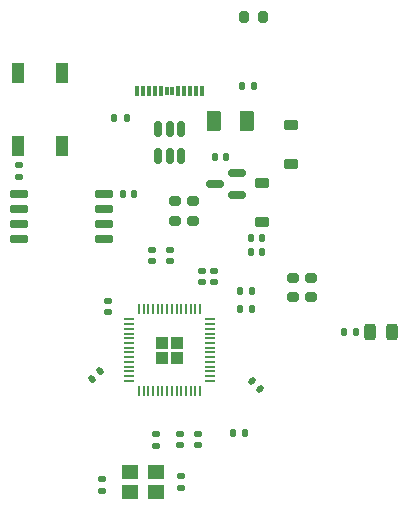
<source format=gtp>
G04 #@! TF.GenerationSoftware,KiCad,Pcbnew,(7.0.0)*
G04 #@! TF.CreationDate,2023-07-02T10:43:30-07:00*
G04 #@! TF.ProjectId,OpenOblong,4f70656e-4f62-46c6-9f6e-672e6b696361,rev?*
G04 #@! TF.SameCoordinates,Original*
G04 #@! TF.FileFunction,Paste,Top*
G04 #@! TF.FilePolarity,Positive*
%FSLAX46Y46*%
G04 Gerber Fmt 4.6, Leading zero omitted, Abs format (unit mm)*
G04 Created by KiCad (PCBNEW (7.0.0)) date 2023-07-02 10:43:30*
%MOMM*%
%LPD*%
G01*
G04 APERTURE LIST*
G04 Aperture macros list*
%AMRoundRect*
0 Rectangle with rounded corners*
0 $1 Rounding radius*
0 $2 $3 $4 $5 $6 $7 $8 $9 X,Y pos of 4 corners*
0 Add a 4 corners polygon primitive as box body*
4,1,4,$2,$3,$4,$5,$6,$7,$8,$9,$2,$3,0*
0 Add four circle primitives for the rounded corners*
1,1,$1+$1,$2,$3*
1,1,$1+$1,$4,$5*
1,1,$1+$1,$6,$7*
1,1,$1+$1,$8,$9*
0 Add four rect primitives between the rounded corners*
20,1,$1+$1,$2,$3,$4,$5,0*
20,1,$1+$1,$4,$5,$6,$7,0*
20,1,$1+$1,$6,$7,$8,$9,0*
20,1,$1+$1,$8,$9,$2,$3,0*%
G04 Aperture macros list end*
%ADD10R,1.100000X1.800000*%
%ADD11RoundRect,0.140000X0.170000X-0.140000X0.170000X0.140000X-0.170000X0.140000X-0.170000X-0.140000X0*%
%ADD12RoundRect,0.200000X-0.275000X0.200000X-0.275000X-0.200000X0.275000X-0.200000X0.275000X0.200000X0*%
%ADD13RoundRect,0.150000X0.587500X0.150000X-0.587500X0.150000X-0.587500X-0.150000X0.587500X-0.150000X0*%
%ADD14RoundRect,0.140000X0.140000X0.170000X-0.140000X0.170000X-0.140000X-0.170000X0.140000X-0.170000X0*%
%ADD15RoundRect,0.200000X0.275000X-0.200000X0.275000X0.200000X-0.275000X0.200000X-0.275000X-0.200000X0*%
%ADD16RoundRect,0.135000X-0.135000X-0.185000X0.135000X-0.185000X0.135000X0.185000X-0.135000X0.185000X0*%
%ADD17RoundRect,0.140000X-0.219203X-0.021213X-0.021213X-0.219203X0.219203X0.021213X0.021213X0.219203X0*%
%ADD18RoundRect,0.135000X0.135000X0.185000X-0.135000X0.185000X-0.135000X-0.185000X0.135000X-0.185000X0*%
%ADD19R,1.400000X1.200000*%
%ADD20RoundRect,0.140000X-0.021213X0.219203X-0.219203X0.021213X0.021213X-0.219203X0.219203X-0.021213X0*%
%ADD21RoundRect,0.250000X-0.375000X-0.625000X0.375000X-0.625000X0.375000X0.625000X-0.375000X0.625000X0*%
%ADD22RoundRect,0.225000X0.375000X-0.225000X0.375000X0.225000X-0.375000X0.225000X-0.375000X-0.225000X0*%
%ADD23RoundRect,0.200000X0.200000X0.275000X-0.200000X0.275000X-0.200000X-0.275000X0.200000X-0.275000X0*%
%ADD24RoundRect,0.140000X-0.140000X-0.170000X0.140000X-0.170000X0.140000X0.170000X-0.140000X0.170000X0*%
%ADD25RoundRect,0.243750X0.243750X0.456250X-0.243750X0.456250X-0.243750X-0.456250X0.243750X-0.456250X0*%
%ADD26RoundRect,0.135000X0.185000X-0.135000X0.185000X0.135000X-0.185000X0.135000X-0.185000X-0.135000X0*%
%ADD27RoundRect,0.140000X-0.170000X0.140000X-0.170000X-0.140000X0.170000X-0.140000X0.170000X0.140000X0*%
%ADD28RoundRect,0.135000X-0.185000X0.135000X-0.185000X-0.135000X0.185000X-0.135000X0.185000X0.135000X0*%
%ADD29RoundRect,0.250000X-0.292217X-0.292217X0.292217X-0.292217X0.292217X0.292217X-0.292217X0.292217X0*%
%ADD30RoundRect,0.050000X-0.387500X-0.050000X0.387500X-0.050000X0.387500X0.050000X-0.387500X0.050000X0*%
%ADD31RoundRect,0.050000X-0.050000X-0.387500X0.050000X-0.387500X0.050000X0.387500X-0.050000X0.387500X0*%
%ADD32RoundRect,0.150000X-0.150000X0.512500X-0.150000X-0.512500X0.150000X-0.512500X0.150000X0.512500X0*%
%ADD33R,0.300000X0.900000*%
%ADD34R,0.300000X0.700000*%
%ADD35RoundRect,0.150000X-0.650000X-0.150000X0.650000X-0.150000X0.650000X0.150000X-0.650000X0.150000X0*%
G04 APERTURE END LIST*
D10*
X189459999Y-31399999D03*
X189459999Y-37599999D03*
X185759999Y-31399999D03*
X185759999Y-37599999D03*
D11*
X193344750Y-51676018D03*
X193344750Y-50716018D03*
D12*
X209030000Y-48780000D03*
X209030000Y-50430000D03*
D13*
X204290000Y-41770000D03*
X204290000Y-39870000D03*
X202415000Y-40820000D03*
D14*
X203380000Y-38580000D03*
X202420000Y-38580000D03*
D15*
X210570000Y-50425000D03*
X210570000Y-48775000D03*
D16*
X213350000Y-53360000D03*
X214370000Y-53360000D03*
D17*
X205546589Y-57476482D03*
X206225411Y-58155304D03*
D18*
X194940000Y-35230000D03*
X193920000Y-35230000D03*
D19*
X197393999Y-65189249D03*
X195193999Y-65189249D03*
X195193999Y-66889249D03*
X197393999Y-66889249D03*
D20*
X192668161Y-56698607D03*
X191989339Y-57377429D03*
D11*
X199567750Y-66535018D03*
X199567750Y-65575018D03*
D21*
X202310000Y-35460000D03*
X205110000Y-35460000D03*
D22*
X208830000Y-39130000D03*
X208830000Y-35830000D03*
D23*
X206520000Y-26720000D03*
X204870000Y-26720000D03*
D14*
X206400000Y-45425000D03*
X205440000Y-45425000D03*
D24*
X205440000Y-46625000D03*
X206400000Y-46625000D03*
D25*
X217425000Y-53350000D03*
X215550000Y-53350000D03*
D11*
X201345750Y-49136018D03*
X201345750Y-48176018D03*
D26*
X197437000Y-62993250D03*
X197437000Y-61973250D03*
D27*
X200993000Y-62003250D03*
X200993000Y-62963250D03*
D24*
X204577000Y-49910250D03*
X205537000Y-49910250D03*
D11*
X202361750Y-49136018D03*
X202361750Y-48176018D03*
D24*
X194620000Y-41640000D03*
X195580000Y-41640000D03*
D27*
X192865000Y-65829018D03*
X192865000Y-66789018D03*
D12*
X200540000Y-42315000D03*
X200540000Y-43965000D03*
D28*
X185850000Y-39210000D03*
X185850000Y-40230000D03*
D12*
X199010000Y-42315000D03*
X199010000Y-43965000D03*
D11*
X198580000Y-47342250D03*
X198580000Y-46382250D03*
D22*
X206450000Y-44060000D03*
X206450000Y-40760000D03*
D27*
X199469000Y-62003250D03*
X199469000Y-62963250D03*
D29*
X197942500Y-54257500D03*
X197942500Y-55532500D03*
X199217500Y-54257500D03*
X199217500Y-55532500D03*
D30*
X195142500Y-52295000D03*
X195142500Y-52695000D03*
X195142500Y-53095000D03*
X195142500Y-53495000D03*
X195142500Y-53895000D03*
X195142500Y-54295000D03*
X195142500Y-54695000D03*
X195142500Y-55095000D03*
X195142500Y-55495000D03*
X195142500Y-55895000D03*
X195142500Y-56295000D03*
X195142500Y-56695000D03*
X195142500Y-57095000D03*
X195142500Y-57495000D03*
D31*
X195980000Y-58332500D03*
X196380000Y-58332500D03*
X196780000Y-58332500D03*
X197180000Y-58332500D03*
X197580000Y-58332500D03*
X197980000Y-58332500D03*
X198380000Y-58332500D03*
X198780000Y-58332500D03*
X199180000Y-58332500D03*
X199580000Y-58332500D03*
X199980000Y-58332500D03*
X200380000Y-58332500D03*
X200780000Y-58332500D03*
X201180000Y-58332500D03*
D30*
X202017500Y-57495000D03*
X202017500Y-57095000D03*
X202017500Y-56695000D03*
X202017500Y-56295000D03*
X202017500Y-55895000D03*
X202017500Y-55495000D03*
X202017500Y-55095000D03*
X202017500Y-54695000D03*
X202017500Y-54295000D03*
X202017500Y-53895000D03*
X202017500Y-53495000D03*
X202017500Y-53095000D03*
X202017500Y-52695000D03*
X202017500Y-52295000D03*
D31*
X201180000Y-51457500D03*
X200780000Y-51457500D03*
X200380000Y-51457500D03*
X199980000Y-51457500D03*
X199580000Y-51457500D03*
X199180000Y-51457500D03*
X198780000Y-51457500D03*
X198380000Y-51457500D03*
X197980000Y-51457500D03*
X197580000Y-51457500D03*
X197180000Y-51457500D03*
X196780000Y-51457500D03*
X196380000Y-51457500D03*
X195980000Y-51457500D03*
D11*
X197056000Y-47342250D03*
X197056000Y-46382250D03*
D18*
X205010000Y-61930000D03*
X203990000Y-61930000D03*
D32*
X199530000Y-36212500D03*
X198580000Y-36212500D03*
X197630000Y-36212500D03*
X197630000Y-38487500D03*
X198580000Y-38487500D03*
X199530000Y-38487500D03*
D24*
X204577000Y-51434250D03*
X205537000Y-51434250D03*
D16*
X204750000Y-32570000D03*
X205770000Y-32570000D03*
D33*
X201328499Y-32919999D03*
X200828499Y-32919999D03*
X200328499Y-32919999D03*
X199828499Y-32919999D03*
X199328499Y-32919999D03*
D34*
X198828499Y-32919999D03*
X198328499Y-32919999D03*
D33*
X197828499Y-32919999D03*
X197328499Y-32919999D03*
X196828499Y-32919999D03*
X196328499Y-32919999D03*
X195828499Y-32919999D03*
D35*
X185850000Y-41645000D03*
X185850000Y-42915000D03*
X185850000Y-44185000D03*
X185850000Y-45455000D03*
X193050000Y-45455000D03*
X193050000Y-44185000D03*
X193050000Y-42915000D03*
X193050000Y-41645000D03*
M02*

</source>
